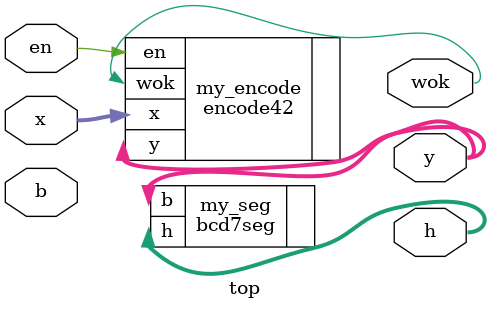
<source format=v>
module top(
   input  [3:0] b,
    output reg [7:0] h,
    input en,
    input [7:0] x,
    output reg [2:0] y,
    output reg wok

);
    bcd7seg my_seg(
        .b(y),
        .h(h)
    );
    encode42 my_encode(
        .x(x),
        .y(y),
        .wok(wok),
        .en(en)
    );
endmodule

</source>
